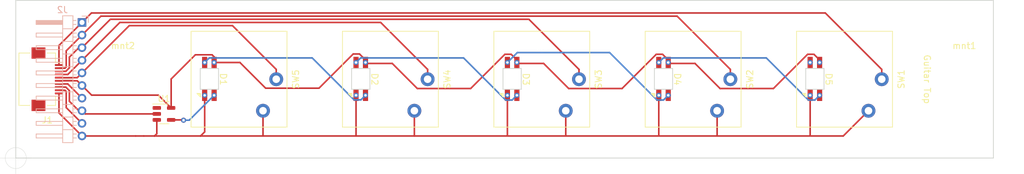
<source format=kicad_pcb>
(kicad_pcb (version 20211014) (generator pcbnew)
  (layers (0 "F.Cu" signal) (31 "B.Cu" signal) (34 "B.Paste" user) (35 "F.Paste" user) (36 "B.SilkS" user "B.Silkscreen") (37 "F.SilkS" user "F.Silkscreen") (38 "B.Mask" user) (39 "F.Mask" user) (44 "Edge.Cuts" user))
  (net 0 "")
  (net 1 "GND")
  (net 2 "+5V")
  (net 3 "/GREEN")
  (net 4 "/RED")
  (net 5 "/YELLOW")
  (net 6 "/BLUE")
  (net 7 "/ORANGE")
  (net 8 "+3V3")
  (net 9 "/SDA")
  (net 10 "/SCL")
  (net 12 "Net-(D1-Pad2)")
  (net 13 "Net-(D1-Pad4)")
  (net 14 "Net-(D2-Pad2)")
  (net 15 "Net-(D3-Pad2)")
  (net 16 "Net-(D4-Pad2)")
  (footprint "Switch_Keyboard_Kailh:SW_Kailh_Choc_V1" (layer "F.Cu") (at 191.9 86.5 -90)
    (fp_text reference "SW1" (at 0 -9 90) (layer "F.SilkS"))
    (fp_text value "Green(A)")
    (fp_line (start -7.6 7.6) (end 7.6 7.6) (layer "F.SilkS") (width 0.12))
    (fp_line (start 7.6 7.6) (end 7.6 -7.6) (layer "F.SilkS") (width 0.12))
    (fp_line (start -7.6 -7.6) (end -7.6 7.6) (layer "F.SilkS") (width 0.12))
    (fp_line (start 7.6 -7.6) (end -7.6 -7.6) (layer "F.SilkS") (width 0.12))
    (pad "" np_thru_hole circle locked (at -5.5 0 270) (size 1.8 1.8) (drill 1.8) (layers *.Cu *.Mask))
    (pad "" np_thru_hole circle locked (at 0 0 270) (size 3.2 3.2) (drill 3.2) (layers *.Cu *.Mask))
    (pad "" np_thru_hole circle locked (at -5.22 4.2 270) (size 1.2 1.2) (drill 1.2) (layers *.Cu *.Mask))
    (pad "" np_thru_hole circle locked (at 5.5 0 270) (size 1.8 1.8) (drill 1.8) (layers *.Cu *.Mask))
    (pad "1" thru_hole circle locked (at 0 -5.9 270) (size 2.2 2.2) (drill 1.2) (layers *.Cu "B.Mask") (net 3 "/GREEN"))
    (pad "2" thru_hole circle locked (at 5 -3.8 270) (size 2.2 2.2) (drill 1.2) (layers *.Cu "B.Mask") (net 1 "GND"))
  )
  (footprint "Switch_Keyboard_Kailh:SW_Kailh_Choc_V1" (layer "F.Cu") (at 167.9 86.5 -90)
    (fp_text reference "SW2" (at 0 -9 90) (layer "F.SilkS"))
    (fp_text value "Red(B)")
    (fp_line (start 7.6 -7.6) (end -7.6 -7.6) (layer "F.SilkS") (width 0.12))
    (fp_line (start -7.6 -7.6) (end -7.6 7.6) (layer "F.SilkS") (width 0.12))
    (fp_line (start -7.6 7.6) (end 7.6 7.6) (layer "F.SilkS") (width 0.12))
    (fp_line (start 7.6 7.6) (end 7.6 -7.6) (layer "F.SilkS") (width 0.12))
    (pad "" np_thru_hole circle locked (at -5.22 4.2 270) (size 1.2 1.2) (drill 1.2) (layers *.Cu *.Mask))
    (pad "" np_thru_hole circle locked (at 0 0 270) (size 3.2 3.2) (drill 3.2) (layers *.Cu *.Mask))
    (pad "" np_thru_hole circle locked (at -5.5 0 270) (size 1.8 1.8) (drill 1.8) (layers *.Cu *.Mask))
    (pad "" np_thru_hole circle locked (at 5.5 0 270) (size 1.8 1.8) (drill 1.8) (layers *.Cu *.Mask))
    (pad "1" thru_hole circle locked (at 0 -5.9 270) (size 2.2 2.2) (drill 1.2) (layers *.Cu "B.Mask") (net 4 "/RED"))
    (pad "2" thru_hole circle locked (at 5 -3.8 270) (size 2.2 2.2) (drill 1.2) (layers *.Cu "B.Mask") (net 1 "GND"))
  )
  (footprint "Switch_Keyboard_Kailh:SW_Kailh_Choc_V1" (layer "F.Cu") (at 143.9 86.5 -90)
    (fp_text reference "SW3" (at 0 -9 90) (layer "F.SilkS"))
    (fp_text value "Yellow(Y)")
    (fp_line (start -7.6 7.6) (end 7.6 7.6) (layer "F.SilkS") (width 0.12))
    (fp_line (start -7.6 -7.6) (end -7.6 7.6) (layer "F.SilkS") (width 0.12))
    (fp_line (start 7.6 7.6) (end 7.6 -7.6) (layer "F.SilkS") (width 0.12))
    (fp_line (start 7.6 -7.6) (end -7.6 -7.6) (layer "F.SilkS") (width 0.12))
    (pad "" np_thru_hole circle locked (at -5.22 4.2 270) (size 1.2 1.2) (drill 1.2) (layers *.Cu *.Mask))
    (pad "" np_thru_hole circle locked (at -5.5 0 270) (size 1.8 1.8) (drill 1.8) (layers *.Cu *.Mask))
    (pad "" np_thru_hole circle locked (at 0 0 270) (size 3.2 3.2) (drill 3.2) (layers *.Cu *.Mask))
    (pad "" np_thru_hole circle locked (at 5.5 0 270) (size 1.8 1.8) (drill 1.8) (layers *.Cu *.Mask))
    (pad "1" thru_hole circle locked (at 0 -5.9 270) (size 2.2 2.2) (drill 1.2) (layers *.Cu "B.Mask") (net 5 "/YELLOW"))
    (pad "2" thru_hole circle locked (at 5 -3.8 270) (size 2.2 2.2) (drill 1.2) (layers *.Cu "B.Mask") (net 1 "GND"))
  )
  (footprint "Switch_Keyboard_Kailh:SW_Kailh_Choc_V1" (layer "F.Cu") (at 119.9 86.5 -90)
    (fp_text reference "SW4" (at 0 -9 90) (layer "F.SilkS"))
    (fp_text value "Blue(X)")
    (fp_line (start 7.6 -7.6) (end -7.6 -7.6) (layer "F.SilkS") (width 0.12))
    (fp_line (start -7.6 -7.6) (end -7.6 7.6) (layer "F.SilkS") (width 0.12))
    (fp_line (start -7.6 7.6) (end 7.6 7.6) (layer "F.SilkS") (width 0.12))
    (fp_line (start 7.6 7.6) (end 7.6 -7.6) (layer "F.SilkS") (width 0.12))
    (pad "" np_thru_hole circle locked (at 0 0 270) (size 3.2 3.2) (drill 3.2) (layers *.Cu *.Mask))
    (pad "" np_thru_hole circle locked (at -5.22 4.2 270) (size 1.2 1.2) (drill 1.2) (layers *.Cu *.Mask))
    (pad "" np_thru_hole circle locked (at 5.5 0 270) (size 1.8 1.8) (drill 1.8) (layers *.Cu *.Mask))
    (pad "" np_thru_hole circle locked (at -5.5 0 270) (size 1.8 1.8) (drill 1.8) (layers *.Cu *.Mask))
    (pad "1" thru_hole circle locked (at 0 -5.9 270) (size 2.2 2.2) (drill 1.2) (layers *.Cu "B.Mask") (net 6 "/BLUE"))
    (pad "2" thru_hole circle locked (at 5 -3.8 270) (size 2.2 2.2) (drill 1.2) (layers *.Cu "B.Mask") (net 1 "GND"))
  )
  (footprint "Switch_Keyboard_Kailh:SW_Kailh_Choc_V1" (layer "F.Cu") (at 95.9 86.5 -90)
    (fp_text reference "SW5" (at 0 -9 90) (layer "F.SilkS"))
    (fp_text value "Orange(TB)")
    (fp_line (start -7.6 -7.6) (end -7.6 7.6) (layer "F.SilkS") (width 0.12))
    (fp_line (start 7.6 -7.6) (end -7.6 -7.6) (layer "F.SilkS") (width 0.12))
    (fp_line (start 7.6 7.6) (end 7.6 -7.6) (layer "F.SilkS") (width 0.12))
    (fp_line (start -7.6 7.6) (end 7.6 7.6) (layer "F.SilkS") (width 0.12))
    (pad "" np_thru_hole circle locked (at -5.5 0 270) (size 1.8 1.8) (drill 1.8) (layers *.Cu *.Mask))
    (pad "" np_thru_hole circle locked (at 0 0 270) (size 3.2 3.2) (drill 3.2) (layers *.Cu *.Mask))
    (pad "" np_thru_hole circle locked (at -5.22 4.2 270) (size 1.2 1.2) (drill 1.2) (layers *.Cu *.Mask))
    (pad "" np_thru_hole circle locked (at 5.5 0 270) (size 1.8 1.8) (drill 1.8) (layers *.Cu *.Mask))
    (pad "1" thru_hole circle locked (at 0 -5.9 270) (size 2.2 2.2) (drill 1.2) (layers *.Cu "B.Mask") (net 7 "/ORANGE"))
    (pad "2" thru_hole circle locked (at 5 -3.8 270) (size 2.2 2.2) (drill 1.2) (layers *.Cu "B.Mask") (net 1 "GND"))
  )
  (footprint "SK6812MINI-E:SK6812MINI-E-Vias" (layer "F.Cu") (at 91.2 86.5 -90)
    (fp_text reference "D1" (at 0 -2.2 -90 unlocked) (layer "F.SilkS"))
    (fp_text value "SK6812MINI-E")
    (fp_poly (pts (xy 2.25 2) (xy 2.25 1.4) (xy 2.85 1.4)) (layer "F.SilkS") (width 0.1) (fill solid))
    (fp_line (start -1.7 1.45) (end -1.7 -1.45) (layer "Edge.Cuts") (width 0.12))
    (fp_line (start -1.7 -1.45) (end 1.6 -1.45) (layer "Edge.Cuts") (width 0.12))
    (fp_line (start 1.6 1.45) (end -1.7 1.45) (layer "Edge.Cuts") (width 0.12))
    (fp_line (start 1.6 -1.45) (end 1.6 1.45) (layer "Edge.Cuts") (width 0.12))
    (pad "1" thru_hole circle (at -2.65 -0.75 270) (size 0.8 0.8) (drill 0.4) (layers *.Cu *.Mask) (net 2 "+5V"))
    (pad "1" smd rect (at -2.65 -0.75 270) (size 1.8 0.82) (layers "F.Cu" "F.Paste" "F.Mask") (net 2 "+5V"))
    (pad "2" thru_hole circle (at -2.65 0.75 270) (size 0.8 0.8) (drill 0.4) (layers *.Cu *.Mask) (net 12 "Net-(D1-Pad2)"))
    (pad "2" smd rect (at -2.65 0.75 270) (size 1.8 0.82) (layers "F.Cu" "F.Paste" "F.Mask") (net 12 "Net-(D1-Pad2)"))
    (pad "3" smd rect (at 2.55 0.75 270) (size 1.8 0.82) (layers "F.Cu" "F.Paste" "F.Mask") (net 1 "GND"))
    (pad "3" thru_hole circle (at 2.55 0.75 270) (size 0.8 0.8) (drill 0.4) (layers *.Cu *.Mask) (net 1 "GND"))
    (pad "4" thru_hole circle (at 2.55 -0.75 270) (size 0.8 0.8) (drill 0.4) (layers *.Cu *.Mask) (net 13 "Net-(D1-Pad4)"))
    (pad "4" smd rect (at 2.55 -0.75 270) (size 1.8 0.82) (layers "F.Cu" "F.Paste" "F.Mask") (net 13 "Net-(D1-Pad4)"))
  )
  (footprint "SK6812MINI-E:SK6812MINI-E-Vias" (layer "F.Cu") (at 115.2 86.5 -90)
    (fp_text reference "D2" (at 0 -2.2 -90 unlocked) (layer "F.SilkS"))
    (fp_text value "SK6812MINI-E")
    (fp_poly (pts (xy 2.25 2) (xy 2.25 1.4) (xy 2.85 1.4)) (layer "F.SilkS") (width 0.1) (fill solid))
    (fp_line (start -1.7 1.45) (end -1.7 -1.45) (layer "Edge.Cuts") (width 0.12))
    (fp_line (start 1.6 -1.45) (end 1.6 1.45) (layer "Edge.Cuts") (width 0.12))
    (fp_line (start -1.7 -1.45) (end 1.6 -1.45) (layer "Edge.Cuts") (width 0.12))
    (fp_line (start 1.6 1.45) (end -1.7 1.45) (layer "Edge.Cuts") (width 0.12))
    (pad "1" smd rect (at -2.65 -0.75 270) (size 1.8 0.82) (layers "F.Cu" "F.Paste" "F.Mask") (net 2 "+5V"))
    (pad "1" thru_hole circle (at -2.65 -0.75 270) (size 0.8 0.8) (drill 0.4) (layers *.Cu *.Mask) (net 2 "+5V"))
    (pad "2" thru_hole circle (at -2.65 0.75 270) (size 0.8 0.8) (drill 0.4) (layers *.Cu *.Mask) (net 14 "Net-(D2-Pad2)"))
    (pad "2" smd rect (at -2.65 0.75 270) (size 1.8 0.82) (layers "F.Cu" "F.Paste" "F.Mask") (net 14 "Net-(D2-Pad2)"))
    (pad "3" thru_hole circle (at 2.55 0.75 270) (size 0.8 0.8) (drill 0.4) (layers *.Cu *.Mask) (net 1 "GND"))
    (pad "3" smd rect (at 2.55 0.75 270) (size 1.8 0.82) (layers "F.Cu" "F.Paste" "F.Mask") (net 1 "GND"))
    (pad "4" thru_hole circle (at 2.55 -0.75 270) (size 0.8 0.8) (drill 0.4) (layers *.Cu *.Mask) (net 12 "Net-(D1-Pad2)"))
    (pad "4" smd rect (at 2.55 -0.75 270) (size 1.8 0.82) (layers "F.Cu" "F.Paste" "F.Mask") (net 12 "Net-(D1-Pad2)"))
  )
  (footprint "Connector_FFC-FPC:Hirose_FH12-10S-0.5SH_1x10-1MP_P0.50mm_Horizontal" (layer "F.Cu") (at 65.5 86.5 -90)
    (fp_text reference "J1" (at 6.5 0 180) (layer "F.SilkS"))
    (fp_text value "Conn_01x10_Female")
    (fp_line (start -4.15 2.76) (end -4.15 4.5) (layer "F.SilkS") (width 0.12))
    (fp_line (start -2.66 -1.3) (end -2.66 -2.5) (layer "F.SilkS") (width 0.12))
    (fp_line (start 2.66 -1.3) (end 4.15 -1.3) (layer "F.SilkS") (width 0.12))
    (fp_line (start -2.66 -1.3) (end -4.15 -1.3) (layer "F.SilkS") (width 0.12))
    (fp_line (start 4.15 4.5) (end 4.15 2.76) (layer "F.SilkS") (width 0.12))
    (fp_line (start 4.15 -1.3) (end 4.15 0.04) (layer "F.SilkS") (width 0.12))
    (fp_line (start -4.15 4.5) (end 4.15 4.5) (layer "F.SilkS") (width 0.12))
    (fp_line (start -4.15 -1.3) (end -4.15 0.04) (layer "F.SilkS") (width 0.12))
    (pad "1" smd rect (at -2.25 -1.85 270) (size 0.3 1.3) (layers "F.Cu" "F.Paste" "F.Mask") (net 3 "/GREEN"))
    (pad "2" smd rect (at -1.75 -1.85 270) (size 0.3 1.3) (layers "F.Cu" "F.Paste" "F.Mask") (net 4 "/RED"))
    (pad "3" smd rect (at -1.25 -1.85 270) (size 0.3 1.3) (layers "F.Cu" "F.Paste" "F.Mask") (net 5 "/YELLOW"))
    (pad "4" smd rect (at -0.75 -1.85 270) (size 0.3 1.3) (layers "F.Cu" "F.Paste" "F.Mask") (net 6 "/BLUE"))
    (pad "5" smd rect (at -0.25 -1.85 270) (size 0.3 1.3) (layers "F.Cu" "F.Paste" "F.Mask") (net 7 "/ORANGE"))
    (pad "6" smd rect (at 0.25 -1.85 270) (size 0.3 1.3) (layers "F.Cu" "F.Paste" "F.Mask") (net 2 "+5V"))
    (pad "7" smd rect (at 0.75 -1.85 270) (size 0.3 1.3) (layers "F.Cu" "F.Paste" "F.Mask") (net 8 "+3V3"))
    (pad "8" smd rect (at 1.25 -1.85 270) (size 0.3 1.3) (layers "F.Cu" "F.Paste" "F.Mask") (net 9 "/SDA"))
    (pad "9" smd rect (at 1.75 -1.85 270) (size 0.3 1.3) (layers "F.Cu" "F.Paste" "F.Mask") (net 10 "/SCL"))
    (pad "10" smd rect (at 2.25 -1.85 270) (size 0.3 1.3) (layers "F.Cu" "F.Paste" "F.Mask") (net 1 "GND"))
    (pad "MP" smd rect (at -4.15 1.4 270) (size 1.8 2.2) (layers "F.Cu" "F.Paste" "F.Mask"))
    (pad "MP" smd rect (at 4.15 1.4 270) (size 1.8 2.2) (layers "F.Cu" "F.Paste" "F.Mask"))
  )
  (footprint "SK6812MINI-E:SK6812MINI-E-Vias" (layer "F.Cu") (at 163.2 86.5 -90)
    (fp_text reference "D4" (at 0 -2.2 -90 unlocked) (layer "F.SilkS"))
    (fp_text value "SK6812MINI-E")
    (fp_poly (pts (xy 2.25 2) (xy 2.25 1.4) (xy 2.85 1.4)) (layer "F.SilkS") (width 0.1) (fill solid))
    (fp_line (start -1.7 1.45) (end -1.7 -1.45) (layer "Edge.Cuts") (width 0.12))
    (fp_line (start 1.6 1.45) (end -1.7 1.45) (layer "Edge.Cuts") (width 0.12))
    (fp_line (start 1.6 -1.45) (end 1.6 1.45) (layer "Edge.Cuts") (width 0.12))
    (fp_line (start -1.7 -1.45) (end 1.6 -1.45) (layer "Edge.Cuts") (width 0.12))
    (pad "1" smd rect (at -2.65 -0.75 270) (size 1.8 0.82) (layers "F.Cu" "F.Paste" "F.Mask") (net 2 "+5V"))
    (pad "1" thru_hole circle (at -2.65 -0.75 270) (size 0.8 0.8) (drill 0.4) (layers *.Cu *.Mask) (net 2 "+5V"))
    (pad "2" smd rect (at -2.65 0.75 270) (size 1.8 0.82) (layers "F.Cu" "F.Paste" "F.Mask") (net 16 "Net-(D4-Pad2)"))
    (pad "2" thru_hole circle (at -2.65 0.75 270) (size 0.8 0.8) (drill 0.4) (layers *.Cu *.Mask) (net 16 "Net-(D4-Pad2)"))
    (pad "3" thru_hole circle (at 2.55 0.75 270) (size 0.8 0.8) (drill 0.4) (layers *.Cu *.Mask) (net 1 "GND"))
    (pad "3" smd rect (at 2.55 0.75 270) (size 1.8 0.82) (layers "F.Cu" "F.Paste" "F.Mask") (net 1 "GND"))
    (pad "4" smd rect (at 2.55 -0.75 270) (size 1.8 0.82) (layers "F.Cu" "F.Paste" "F.Mask") (net 15 "Net-(D3-Pad2)"))
    (pad "4" thru_hole circle (at 2.55 -0.75 270) (size 0.8 0.8) (drill 0.4) (layers *.Cu *.Mask) (net 15 "Net-(D3-Pad2)"))
  )
  (footprint "Package_TO_SOT_SMD:SOT-23-5" (layer "F.Cu") (at 84 92)
    (fp_text reference "U1" (at 0 -2.4) (layer "F.SilkS"))
    (fp_text value "SN74LV1T34DBV")
    (fp_line (start 0 -1.56) (end 0.8 -1.56) (layer "F.SilkS") (width 0.12))
    (fp_line (start 0 1.56) (end -0.8 1.56) (layer "F.SilkS") (width 0.12))
    (fp_line (start 0 1.56) (end 0.8 1.56) (layer "F.SilkS") (width 0.12))
    (fp_line (start 0 -1.56) (end -1.8 -1.56) (layer "F.SilkS") (width 0.12))
    (pad "1" smd roundrect (at -1.1375 -0.95) (size 1.325 0.6) (layers "F.Cu" "F.Paste" "F.Mask"))
    (pad "2" smd roundrect (at -1.1375 0) (size 1.325 0.6) (layers "F.Cu" "F.Paste" "F.Mask") (net 9 "/SDA"))
    (pad "3" smd roundrect (at -1.1375 0.95) (size 1.325 0.6) (layers "F.Cu" "F.Paste" "F.Mask") (net 1 "GND"))
    (pad "4" smd roundrect (at 1.1375 0.95) (size 1.325 0.6) (layers "F.Cu" "F.Paste" "F.Mask") (net 13 "Net-(D1-Pad4)"))
    (pad "5" smd roundrect (at 1.1375 -0.95) (size 1.325 0.6) (layers "F.Cu" "F.Paste" "F.Mask") (net 2 "+5V"))
  )
  (footprint "SK6812MINI-E:SK6812MINI-E-Vias" (layer "F.Cu") (at 139.2 86.5 -90)
    (fp_text reference "D3" (at 0 -2.2 -90 unlocked) (layer "F.SilkS"))
    (fp_text value "SK6812MINI-E")
    (fp_poly (pts (xy 2.25 2) (xy 2.25 1.4) (xy 2.85 1.4)) (layer "F.SilkS") (width 0.1) (fill solid))
    (fp_line (start 1.6 -1.45) (end 1.6 1.45) (layer "Edge.Cuts") (width 0.12))
    (fp_line (start 1.6 1.45) (end -1.7 1.45) (layer "Edge.Cuts") (width 0.12))
    (fp_line (start -1.7 1.45) (end -1.7 -1.45) (layer "Edge.Cuts") (width 0.12))
    (fp_line (start -1.7 -1.45) (end 1.6 -1.45) (layer "Edge.Cuts") (width 0.12))
    (pad "1" smd rect (at -2.65 -0.75 270) (size 1.8 0.82) (layers "F.Cu" "F.Paste" "F.Mask") (net 2 "+5V"))
    (pad "1" thru_hole circle (at -2.65 -0.75 270) (size 0.8 0.8) (drill 0.4) (layers *.Cu *.Mask) (net 2 "+5V"))
    (pad "2" thru_hole circle (at -2.65 0.75 270) (size 0.8 0.8) (drill 0.4) (layers *.Cu *.Mask) (net 15 "Net-(D3-Pad2)"))
    (pad "2" smd rect (at -2.65 0.75 270) (size 1.8 0.82) (layers "F.Cu" "F.Paste" "F.Mask") (net 15 "Net-(D3-Pad2)"))
    (pad "3" thru_hole circle (at 2.55 0.75 270) (size 0.8 0.8) (drill 0.4) (layers *.Cu *.Mask) (net 1 "GND"))
    (pad "3" smd rect (at 2.55 0.75 270) (size 1.8 0.82) (layers "F.Cu" "F.Paste" "F.Mask") (net 1 "GND"))
    (pad "4" smd rect (at 2.55 -0.75 270) (size 1.8 0.82) (layers "F.Cu" "F.Paste" "F.Mask") (net 14 "Net-(D2-Pad2)"))
    (pad "4" thru_hole circle (at 2.55 -0.75 270) (size 0.8 0.8) (drill 0.4) (layers *.Cu *.Mask) (net 14 "Net-(D2-Pad2)"))
  )
  (footprint "SK6812MINI-E:SK6812MINI-E-Vias" (layer "F.Cu") (at 187.2 86.5 -90)
    (fp_text reference "D5" (at 0 -2.2 -90 unlocked) (layer "F.SilkS"))
    (fp_text value "SK6812MINI-E")
    (fp_poly (pts (xy 2.25 2) (xy 2.25 1.4) (xy 2.85 1.4)) (layer "F.SilkS") (width 0.1) (fill solid))
    (fp_line (start -1.7 1.45) (end -1.7 -1.45) (layer "Edge.Cuts") (width 0.12))
    (fp_line (start 1.6 1.45) (end -1.7 1.45) (layer "Edge.Cuts") (width 0.12))
    (fp_line (start 1.6 -1.45) (end 1.6 1.45) (layer "Edge.Cuts") (width 0.12))
    (fp_line (start -1.7 -1.45) (end 1.6 -1.45) (layer "Edge.Cuts") (width 0.12))
    (pad "1" smd rect (at -2.65 -0.75 270) (size 1.8 0.82) (layers "F.Cu" "F.Paste" "F.Mask") (net 2 "+5V"))
    (pad "1" thru_hole circle (at -2.65 -0.75 270) (size 0.8 0.8) (drill 0.4) (layers *.Cu *.Mask) (net 2 "+5V"))
    (pad "2" thru_hole circle (at -2.65 0.75 270) (size 0.8 0.8) (drill 0.4) (layers *.Cu *.Mask))
    (pad "2" smd rect (at -2.65 0.75 270) (size 1.8 0.82) (layers "F.Cu" "F.Paste" "F.Mask"))
    (pad "3" thru_hole circle (at 2.55 0.75 270) (size 0.8 0.8) (drill 0.4) (layers *.Cu *.Mask) (net 1 "GND"))
    (pad "3" smd rect (at 2.55 0.75 270) (size 1.8 0.82) (layers "F.Cu" "F.Paste" "F.Mask") (net 1 "GND"))
    (pad "4" thru_hole circle (at 2.55 -0.75 270) (size 0.8 0.8) (drill 0.4) (layers *.Cu *.Mask) (net 16 "Net-(D4-Pad2)"))
    (pad "4" smd rect (at 2.55 -0.75 270) (size 1.8 0.82) (layers "F.Cu" "F.Paste" "F.Mask") (net 16 "Net-(D4-Pad2)"))
  )
  (footprint "MountingHole:MountingHole_4.3mm_M4" (layer "B.Cu") (at 77.5 86.5 180)
    (fp_text reference "mnt2" (at 0 5.3) (layer "F.SilkS"))
    (fp_text value "MountingHole_4.3mm_M4")
    (pad "" np_thru_hole circle (at 0 0 180) (size 4.3 4.3) (drill 4.3) (layers *.Cu *.Mask))
  )
  (footprint "MountingHole:MountingHole_4.3mm_M4" (layer "B.Cu") (at 210.9 86.5 180)
    (fp_text reference "mnt1" (at 0 5.3) (layer "F.SilkS"))
    (fp_text value "MountingHole_4.3mm_M4")
    (pad "" np_thru_hole circle (at 0 0 180) (size 4.3 4.3) (drill 4.3) (layers *.Cu *.Mask))
  )
  (footprint "Connector_PinHeader_2.00mm:PinHeader_1x10_P2.00mm_Horizontal" (layer "B.Cu") (at 71 77.5 180)
    (fp_text reference "J2" (at 3.1 2) (layer "B.SilkS") (effects (justify mirror)))
    (fp_text value "Conn_01x10_Female")
    (fp_line (start 1.44 -15) (end 3.06 -15) (layer "B.SilkS") (width 0.12))
    (fp_line (start 0.882114 -18.31) (end 1.44 -18.31) (layer "B.SilkS") (width 0.12))
    (fp_line (start 3.06 1.06) (end 1.44 1.06) (layer "B.SilkS") (width 0.12))
    (fp_line (start 7.26 -8.31) (end 3.06 -8.31) (layer "B.SilkS") (width 0.12))
    (fp_line (start 7.26 -0.31) (end 3.06 -0.31) (layer "B.SilkS") (width 0.12))
    (fp_line (start 7.26 -5.69) (end 7.26 -6.31) (layer "B.SilkS") (width 0.12))
    (fp_line (start 0.882114 -5.69) (end 1.44 -5.69) (layer "B.SilkS") (width 0.12))
    (fp_line (start 7.26 -13.69) (end 7.26 -14.31) (layer "B.SilkS") (width 0.12))
    (fp_line (start 0.882114 -10.31) (end 1.44 -10.31) (layer "B.SilkS") (width 0.12))
    (fp_line (start 3.06 -7.69) (end 7.26 -7.69) (layer "B.SilkS") (width 0.12))
    (fp_line (start 1.44 -3) (end 3.06 -3) (layer "B.SilkS") (width 0.12))
    (fp_line (start 0.882114 -6.31) (end 1.44 -6.31) (layer "B.SilkS") (width 0.12))
    (fp_line (start 3.06 -15.69) (end 7.26 -15.69) (layer "B.SilkS") (width 0.12))
    (fp_line (start 7.26 -15.69) (end 7.26 -16.31) (layer "B.SilkS") (width 0.12))
    (fp_line (start 0.882114 -8.31) (end 1.44 -8.31) (layer "B.SilkS") (width 0.12))
    (fp_line (start 7.26 -12.31) (end 3.06 -12.31) (layer "B.SilkS") (width 0.12))
    (fp_line (start 1.44 -13) (end 3.06 -13) (layer "B.SilkS") (width 0.12))
    (fp_line (start 7.26 -2.31) (end 3.06 -2.31) (layer "B.SilkS") (width 0.12))
    (fp_line (start 0.882114 -12.31) (end 1.44 -12.31) (layer "B.SilkS") (width 0.12))
    (fp_line (start 3.06 -17.69) (end 7.26 -17.69) (layer "B.SilkS") (width 0.12))
    (fp_line (start 7.26 -14.31) (end 3.06 -14.31) (layer "B.SilkS") (width 0.12))
    (fp_line (start 7.26 -3.69) (end 7.26 -4.31) (layer "B.SilkS") (width 0.12))
    (fp_line (start 1.44 -11) (end 3.06 -11) (layer "B.SilkS") (width 0.12))
    (fp_line (start 0.935 0.31) (end 1.44 0.31) (layer "B.SilkS") (width 0.12))
    (fp_line (start 3.06 -3.69) (end 7.26 -3.69) (layer "B.SilkS") (width 0.12))
    (fp_line (start -1 1) (end 0 1) (layer "B.SilkS") (width 0.12))
    (fp_line (start 3.06 -13.69) (end 7.26 -13.69) (layer "B.SilkS") (width 0.12))
    (fp_line (start 1.44 1.06) (end 1.44 -19.06) (layer "B.SilkS") (width 0.12))
    (fp_line (start 1.44 -17) (end 3.06 -17) (layer "B.SilkS") (width 0.12))
    (fp_line (start 3.06 0.13) (end 7.26 0.13) (layer "B.SilkS") (width 0.12))
    (fp_line (start 7.26 -17.69) (end 7.26 -18.31) (layer "B.SilkS") (width 0.12))
    (fp_line (start 0.882114 -14.31) (end 1.44 -14.31) (layer "B.SilkS") (width 0.12))
    (fp_line (start 3.06 -11.69) (end 7.26 -11.69) (layer "B.SilkS") (width 0.12))
    (fp_line (start 0.882114 -13.69) (end 1.44 -13.69) (layer "B.SilkS") (width 0.12))
    (fp_line (start 7.26 -9.69) (end 7.26 -10.31) (layer "B.SilkS") (width 0.12))
    (fp_line (start 3.06 -5.69) (end 7.26 -5.69) (layer "B.SilkS") (width 0.12))
    (fp_line (start 3.06 -19.06) (end 3.06 1.06) (layer "B.SilkS") (width 0.12))
    (fp_line (start 7.26 -10.31) (end 3.06 -10.31) (layer "B.SilkS") (width 0.12))
    (fp_line (start 3.06 -1.69) (end 7.26 -1.69) (layer "B.SilkS") (width 0.12))
    (fp_line (start 7.26 -11.69) (end 7.26 -12.31) (layer "B.SilkS") (width 0.12))
    (fp_line (start 7.26 -7.69) (end 7.26 -8.31) (layer "B.SilkS") (width 0.12))
    (fp_line (start 0.882114 -17.69) (end 1.44 -17.69) (layer "B.SilkS") (width 0.12))
    (fp_line (start 1.44 -1) (end 3.06 -1) (layer "B.SilkS") (width 0.12))
    (fp_line (start 0.882114 -4.31) (end 1.44 -4.31) (layer "B.SilkS") (width 0.12))
    (fp_line (start -1 0) (end -1 1) (layer "B.SilkS") (width 0.12))
    (fp_line (start 0.882114 -2.31) (end 1.44 -2.31) (layer "B.SilkS") (width 0.12))
    (fp_line (start 1.44 -9) (end 3.06 -9) (layer "B.SilkS") (width 0.12))
    (fp_line (start 7.26 -18.31) (end 3.06 -18.31) (layer "B.SilkS") (width 0.12))
    (fp_line (start 0.882114 -3.69) (end 1.44 -3.69) (layer "B.SilkS") (width 0.12))
    (fp_line (start 0.882114 -15.69) (end 1.44 -15.69) (layer "B.SilkS") (width 0.12))
    (fp_line (start 3.06 -9.69) (end 7.26 -9.69) (layer "B.SilkS") (width 0.12))
    (fp_line (start 1.44 -7) (end 3.06 -7) (layer "B.SilkS") (width 0.12))
    (fp_line (start 0.882114 -9.69) (end 1.44 -9.69) (layer "B.SilkS") (width 0.12))
    (fp_line (start 3.06 -0.11) (end 7.26 -0.11) (layer "B.SilkS") (width 0.12))
    (fp_line (start 0.882114 -1.69) (end 1.44 -1.69) (layer "B.SilkS") (width 0.12))
    (fp_line (start 7.26 -1.69) (end 7.26 -2.31) (layer "B.SilkS") (width 0.12))
    (fp_line (start 1.44 -5) (end 3.06 -5) (layer "B.SilkS") (width 0.12))
    (fp_line (start 7.26 0.31) (end 7.26 -0.31) (layer "B.SilkS") (width 0.12))
    (fp_line (start 0.882114 -16.31) (end 1.44 -16.31) (layer "B.SilkS") (width 0.12))
    (fp_line (start 3.06 0.25) (end 7.26 0.25) (layer "B.SilkS") (width 0.12))
    (fp_line (start 7.26 -16.31) (end 3.06 -16.31) (layer "B.SilkS") (width 0.12))
    (fp_line (start 3.06 0.31) (end 7.26 0.31) (layer "B.SilkS") (width 0.12))
    (fp_line (start 0.882114 -7.69) (end 1.44 -7.69) (layer "B.SilkS") (width 0.12))
    (fp_line (start 0.935 -0.31) (end 1.44 -0.31) (layer "B.SilkS") (width 0.12))
    (fp_line (start 7.26 -6.31) (end 3.06 -6.31) (layer "B.SilkS") (width 0.12))
    (fp_line (start 7.26 -4.31) (end 3.06 -4.31) (layer "B.SilkS") (width 0.12))
    (fp_line (start 3.06 0.01) (end 7.26 0.01) (layer "B.SilkS") (width 0.12))
    (fp_line (start 1.44 -19.06) (end 3.06 -19.06) (layer "B.SilkS") (width 0.12))
    (fp_line (start 0.882114 -11.69) (end 1.44 -11.69) (layer "B.SilkS") (width 0.12))
    (fp_line (start 3.06 -0.23) (end 7.26 -0.23) (layer "B.SilkS") (width 0.12))
    (pad "1" thru_hole rect (at 0 0 180) (size 1.35 1.35) (drill 0.8) (layers *.Cu *.Mask) (net 3 "/GREEN"))
    (pad "2" thru_hole oval (at 0 -2 180) (size 1.35 1.35) (drill 0.8) (layers *.Cu *.Mask) (net 4 "/RED"))
    (pad "3" thru_hole oval (at 0 -4 180) (size 1.35 1.35) (drill 0.8) (layers *.Cu *.Mask) (net 5 "/YELLOW"))
    (pad "4" thru_hole oval (at 0 -6 180) (size 1.35 1.35) (drill 0.8) (layers *.Cu *.Mask) (net 6 "/BLUE"))
    (pad "5" thru_hole oval (at 0 -8 180) (size 1.35 1.35) (drill 0.8) (layers *.Cu *.Mask) (net 7 "/ORANGE"))
    (pad "6" thru_hole oval (at 0 -10 180) (size 1.35 1.35) (drill 0.8) (layers *.Cu *.Mask) (net 2 "+5V"))
    (pad "7" thru_hole oval (at 0 -12 180) (size 1.35 1.35) (drill 0.8) (layers *.Cu *.Mask) (net 8 "+3V3"))
    (pad "8" thru_hole oval (at 0 -14 180) (size 1.35 1.35) (drill 0.8) (layers *.Cu *.Mask) (net 9 "/SDA"))
    (pad "9" thru_hole oval (at 0 -16 180) (size 1.35 1.35) (drill 0.8) (layers *.Cu *.Mask) (net 10 "/SCL"))
    (pad "10" thru_hole oval (at 0 -18 180) (size 1.35 1.35) (drill 0.8) (layers *.Cu *.Mask) (net 1 "GND"))
  )
  (gr_line (start 60.5 99) (end 215.5 99) (layer "Edge.Cuts") (width 0.12))
  (gr_line (start 60.5 74) (end 215.5 74) (layer "Edge.Cuts") (width 0.12))
  (gr_line (start 60.5 74) (end 60.5 99) (layer "Edge.Cuts") (width 0.12))
  (gr_line (start 215.5 99) (end 215.5 74) (layer "Edge.Cuts") (width 0.12))
  (gr_text "Guitar Top" (at 205 86.5 270) (layer "F.SilkS") (effects (font (size 1 1))))
  (target plus (at 60.5 99) (size 5) (width 0.05) (layer "Edge.Cuts"))
  (segment (start 67.35 88.75) (end 67.35 91.85) (width 0.25) (layer "F.Cu") (net 1))
  (segment (start 191.7 95.5) (end 89.8 95.5) (width 0.25) (layer "F.Cu") (net 1))
  (segment (start 79.5 95.5) (end 71 95.5) (width 0.25) (layer "F.Cu") (net 1))
  (segment (start 147.7 91.5) (end 147.7 95.482627) (width 0.25) (layer "F.Cu") (net 1))
  (segment (start 82.8625 95.1375) (end 82.5 95.5) (width 0.25) (layer "F.Cu") (net 1))
  (segment (start 138.45 89.05) (end 138.45 95.45) (width 0.25) (layer "F.Cu") (net 1))
  (segment (start 82.5 95.5) (end 80.799149 95.5) (width 0.25) (layer "F.Cu") (net 1))
  (segment (start 195.7 91.5) (end 191.7 95.5) (width 0.25) (layer "F.Cu") (net 1))
  (segment (start 67.35 91.85) (end 71 95.5) (width 0.25) (layer "F.Cu") (net 1))
  (segment (start 80.799149 95.5) (end 79.5 95.5) (width 0.25) (layer "F.Cu") (net 1))
  (segment (start 82.8625 92.95) (end 82.8625 95.1375) (width 0.25) (layer "F.Cu") (net 1))
  (segment (start 114.45 89.05) (end 114.45 95.487425) (width 0.25) (layer "F.Cu") (net 1))
  (segment (start 90.45 94.85) (end 89.8 95.5) (width 0.25) (layer "F.Cu") (net 1))
  (segment (start 123.7 91.5) (end 123.7 95.499443) (width 0.25) (layer "F.Cu") (net 1))
  (segment (start 186.45 89.05) (end 186.45 95.45) (width 0.25) (layer "F.Cu") (net 1))
  (segment (start 99.7 91.5) (end 99.7 95.490055) (width 0.25) (layer "F.Cu") (net 1))
  (segment (start 90.45 89.05) (end 90.45 94.85) (width 0.25) (layer "F.Cu") (net 1))
  (segment (start 171.7 91.5) (end 171.7 95.478459) (width 0.25) (layer "F.Cu") (net 1))
  (segment (start 89.8 95.5) (end 82.5 95.5) (width 0.25) (layer "F.Cu") (net 1))
  (segment (start 162.45 89.05) (end 162.45 95.45) (width 0.25) (layer "F.Cu") (net 1))
  (segment (start 148.166906 87.974511) (end 156.625489 87.974511) (width 0.25) (layer "F.Cu") (net 2))
  (segment (start 132.625489 87.974511) (end 138.05 82.55) (width 0.25) (layer "F.Cu") (net 2))
  (segment (start 72.524521 89.024521) (end 83.112021 89.024521) (width 0.25) (layer "F.Cu") (net 2))
  (segment (start 114 82.5) (end 115 82.5) (width 0.25) (layer "F.Cu") (net 2))
  (segment (start 108.575489 87.924511) (end 114 82.5) (width 0.25) (layer "F.Cu") (net 2))
  (segment (start 144.192395 84) (end 148.166906 87.974511) (width 0.25) (layer "F.Cu") (net 2))
  (segment (start 120.192395 84) (end 124.166906 87.974511) (width 0.25) (layer "F.Cu") (net 2))
  (segment (start 187.05 82.55) (end 188 83.5) (width 0.25) (layer "F.Cu") (net 2))
  (segment (start 139.05 82.55) (end 140 83.5) (width 0.25) (layer "F.Cu") (net 2))
  (segment (start 70.25 86.75) (end 71 87.5) (width 0.25) (layer "F.Cu") (net 2))
  (segment (start 100.116906 87.924511) (end 108.575489 87.924511) (width 0.25) (layer "F.Cu") (net 2))
  (segment (start 96.042395 83.85) (end 100.116906 87.924511) (width 0.25) (layer "F.Cu") (net 2))
  (segment (start 156.625489 87.974511) (end 162.05 82.55) (width 0.25) (layer "F.Cu") (net 2))
  (segment (start 115.95 83.45) (end 115.95 83.95) (width 0.25) (layer "F.Cu") (net 2))
  (segment (start 188 83.5) (end 188 84) (width 0.25) (layer "F.Cu") (net 2))
  (segment (start 140 83.5) (end 140 84) (width 0.25) (layer "F.Cu") (net 2))
  (segment (start 164 84) (end 168.192395 84) (width 0.25) (layer "F.Cu") (net 2))
  (segment (start 71 87.5) (end 72.524521 89.024521) (width 0.25) (layer "F.Cu") (net 2))
  (segment (start 67.35 86.75) (end 70.25 86.75) (width 0.25) (layer "F.Cu") (net 2))
  (segment (start 85.1375 91.05) (end 85.1375 86.464318) (width 0.25) (layer "F.Cu") (net 2))
  (segment (start 163.05 82.55) (end 164 83.5) (width 0.25) (layer "F.Cu") (net 2))
  (segment (start 138.05 82.55) (end 139.05 82.55) (width 0.25) (layer "F.Cu") (net 2))
  (segment (start 88.976329 82.625489) (end 91.625489 82.625489) (width 0.25) (layer "F.Cu") (net 2))
  (segment (start 164 83.5) (end 164 84) (width 0.25) (layer "F.Cu") (net 2))
  (segment (start 116 84) (end 120.192395 84) (width 0.25) (layer "F.Cu") (net 2))
  (segment (start 168.192395 84) (end 172.166906 87.974511) (width 0.25) (layer "F.Cu") (net 2))
  (segment (start 91.95 83.85) (end 96.042395 83.85) (width 0.25) (layer "F.Cu") (net 2))
  (segment (start 83.112021 89.024521) (end 85.1375 91.05) (width 0.25) (layer "F.Cu") (net 2))
  (segment (start 186.05 82.55) (end 187.05 82.55) (width 0.25) (layer "F.Cu") (net 2))
  (segment (start 91.95 82.95) (end 91.95 83.85) (width 0.25) (layer "F.Cu") (net 2))
  (segment (start 115 82.5) (end 115.95 83.45) (width 0.25) (layer "F.Cu") (net 2))
  (segment (start 85.1375 86.464318) (end 88.976329 82.625489) (width 0.25) (layer "F.Cu") (net 2))
  (segment (start 91.625489 82.625489) (end 91.95 82.95) (width 0.25) (layer "F.Cu") (net 2))
  (segment (start 180.625489 87.974511) (end 186.05 82.55) (width 0.25) (layer "F.Cu") (net 2))
  (segment (start 162.05 82.55) (end 163.05 82.55) (width 0.25) (layer "F.Cu") (net 2))
  (segment (start 140 84) (end 144.192395 84) (width 0.25) (layer "F.Cu") (net 2))
  (segment (start 124.166906 87.974511) (end 132.625489 87.974511) (width 0.25) (layer "F.Cu") (net 2))
  (segment (start 172.166906 87.974511) (end 180.625489 87.974511) (width 0.25) (layer "F.Cu") (net 2))
  (segment (start 67.35 84.25) (end 67.35 81.15) (width 0.25) (layer "F.Cu") (net 3))
  (segment (start 67.35 81.15) (end 71 77.5) (width 0.25) (layer "F.Cu") (net 3))
  (segment (start 197.8 86.5) (end 197.8 84.944366) (width 0.25) (layer "F.Cu") (net 3))
  (segment (start 197.8 84.944366) (end 188.855634 76) (width 0.25) (layer "F.Cu") (net 3))
  (segment (start 72.5 76) (end 71 77.5) (width 0.25) (layer "F.Cu") (net 3))
  (segment (start 188.855634 76) (end 72.5 76) (width 0.25) (layer "F.Cu") (net 3))
  (segment (start 68.5 84.549022) (end 68.5 82) (width 0.25) (layer "F.Cu") (net 4))
  (segment (start 173.8 86.5) (end 173.8 84.944366) (width 0.25) (layer "F.Cu") (net 4))
  (segment (start 173.8 84.944366) (end 165.355634 76.5) (width 0.25) (layer "F.Cu") (net 4))
  (segment (start 165.355634 76.5) (end 74 76.5) (width 0.25) (layer "F.Cu") (net 4))
  (segment (start 68.5 82) (end 71 79.5) (width 0.25) (layer "F.Cu") (net 4))
  (segment (start 74 76.5) (end 71 79.5) (width 0.25) (layer "F.Cu") (net 4))
  (segment (start 68.299022 84.75) (end 68.5 84.549022) (width 0.25) (layer "F.Cu") (net 4))
  (segment (start 67.35 84.75) (end 68.299022 84.75) (width 0.25) (layer "F.Cu") (net 4))
  (segment (start 149.8 86.5) (end 149.8 84.944366) (width 0.25) (layer "F.Cu") (net 5))
  (segment (start 69 83) (end 70.5 81.5) (width 0.25) (layer "F.Cu") (net 5))
  (segment (start 69 84.684739) (end 69 83) (width 0.25) (layer "F.Cu") (net 5))
  (segment (start 70.5 81.5) (end 71 81.5) (width 0.25) (layer "F.Cu") (net 5))
  (segment (start 149.8 84.944366) (end 141.855634 77) (width 0.25) (layer "F.Cu") (net 5))
  (segment (start 141.855634 77) (end 75.5 77) (width 0.25) (layer "F.Cu") (net 5))
  (segment (start 68.434739 85.25) (end 69 84.684739) (width 0.25) (layer "F.Cu") (net 5))
  (segment (start 67.35 85.25) (end 68.434739 85.25) (width 0.25) (layer "F.Cu") (net 5))
  (segment (start 75.5 77) (end 71 81.5) (width 0.25) (layer "F.Cu") (net 5))
  (segment (start 125.8 84.944366) (end 118.355634 77.5) (width 0.25) (layer "F.Cu") (net 6))
  (segment (start 77 77.5) (end 71 83.5) (width 0.25) (layer "F.Cu") (net 6))
  (segment (start 68.75 85.75) (end 71 83.5) (width 0.25) (layer "F.Cu") (net 6))
  (segment (start 125.8 86.5) (end 125.8 84.944366) (width 0.25) (layer "F.Cu") (net 6))
  (segment (start 118.355634 77.5) (end 77 77.5) (width 0.25) (layer "F.Cu") (net 6))
  (segment (start 67.35 85.75) (end 68.75 85.75) (width 0.25) (layer "F.Cu") (net 6))
  (segment (start 101.8 84.944366) (end 94.855634 78) (width 0.25) (layer "F.Cu") (net 7))
  (segment (start 78.5 78) (end 71 85.5) (width 0.25) (layer "F.Cu") (net 7))
  (segment (start 94.855634 78) (end 78.5 78) (width 0.25) (layer "F.Cu") (net 7))
  (segment (start 101.8 86.5) (end 101.8 84.944366) (width 0.25) (layer "F.Cu") (net 7))
  (segment (start 67.35 86.25) (end 70.25 86.25) (width 0.25) (layer "F.Cu") (net 7))
  (segment (start 70.25 86.25) (end 71 85.5) (width 0.25) (layer "F.Cu") (net 7))
  (segment (start 68.75 87.25) (end 71 89.5) (width 0.25) (layer "F.Cu") (net 8))
  (segment (start 67.35 87.25) (end 68.75 87.25) (width 0.25) (layer "F.Cu") (net 8))
  (segment (start 68.43474 87.75) (end 69 88.31526) (width 0.25) (layer "F.Cu") (net 9))
  (segment (start 71.5 92) (end 82.8625 92) (width 0.25) (layer "F.Cu") (net 9))
  (segment (start 67.35 87.75) (end 68.43474 87.75) (width 0.25) (layer "F.Cu") (net 9))
  (segment (start 70.5 91.5) (end 71 91.5) (width 0.25) (layer "F.Cu") (net 9))
  (segment (start 69 88.31526) (end 69 90) (width 0.25) (layer "F.Cu") (net 9))
  (segment (start 69 90) (end 70.5 91.5) (width 0.25) (layer "F.Cu") (net 9))
  (segment (start 71 91.5) (end 71.5 92) (width 0.25) (layer "F.Cu") (net 9))
  (segment (start 67.35 88.25) (end 68.299022 88.25) (width 0.25) (layer "F.Cu") (net 10))
  (segment (start 68.299022 88.25) (end 68.5 88.450978) (width 0.25) (layer "F.Cu") (net 10))
  (segment (start 68.5 88.450978) (end 68.5 91) (width 0.25) (layer "F.Cu") (net 10))
  (segment (start 68.5 91) (end 71 93.5) (width 0.25) (layer "F.Cu") (net 10))
  (segment (start 115.225489 89.774511) (end 115.95 89.05) (width 0.25) (layer "B.Cu") (net 12))
  (segment (start 91.174511 83.125489) (end 107.500875 83.125489) (width 0.25) (layer "B.Cu") (net 12))
  (segment (start 90.45 83.85) (end 91.174511 83.125489) (width 0.25) (layer "B.Cu") (net 12))
  (segment (start 114.149897 89.774511) (end 115.225489 89.774511) (width 0.25) (layer "B.Cu") (net 12))
  (segment (start 107.500875 83.125489) (end 114.149897 89.774511) (width 0.25) (layer "B.Cu") (net 12))
  (segment (start 85.1375 92.95) (end 87.05 92.95) (width 0.25) (layer "F.Cu") (net 13))
  (segment (start 91.95 89.54) (end 91.95 89.05) (width 0.25) (layer "F.Cu") (net 13))
  (segment (start 87.05 92.95) (end 87.1 93) (width 0.25) (layer "F.Cu") (net 13))
  (via (at 87.1 93) (size 0.8) (drill 0.4) (layers "F.Cu" "B.Cu") (net 13))
  (segment (start 88 93) (end 91.95 89.05) (width 0.25) (layer "B.Cu") (net 13))
  (segment (start 87.1 93) (end 88 93) (width 0.25) (layer "B.Cu") (net 13))
  (segment (start 131.500875 83.125489) (end 138.175386 89.8) (width 0.25) (layer "B.Cu") (net 14))
  (segment (start 115.174511 83.125489) (end 131.500875 83.125489) (width 0.25) (layer "B.Cu") (net 14))
  (segment (start 114.45 83.85) (end 115.174511 83.125489) (width 0.25) (layer "B.Cu") (net 14))
  (segment (start 138.175386 89.8) (end 139.2 89.8) (width 0.25) (layer "B.Cu") (net 14))
  (segment (start 139.2 89.8) (end 139.95 89.05) (width 0.25) (layer "B.Cu") (net 14))
  (segment (start 138.45 83.85) (end 140.025479 82.274521) (width 0.25) (layer "B.Cu") (net 15))
  (segment (start 154.649907 82.274521) (end 162.175386 89.8) (width 0.25) (layer "B.Cu") (net 15))
  (segment (start 162.175386 89.8) (end 163.2 89.8) (width 0.25) (layer "B.Cu") (net 15))
  (segment (start 163.2 89.8) (end 163.95 89.05) (width 0.25) (layer "B.Cu") (net 15))
  (segment (start 140.025479 82.274521) (end 154.649907 82.274521) (width 0.25) (layer "B.Cu") (net 15))
  (segment (start 186.175386 89.8) (end 187.2 89.8) (width 0.25) (layer "B.Cu") (net 16))
  (segment (start 162.45 83.85) (end 163.174511 83.125489) (width 0.25) (layer "B.Cu") (net 16))
  (segment (start 179.500875 83.125489) (end 186.175386 89.8) (width 0.25) (layer "B.Cu") (net 16))
  (segment (start 187.2 89.8) (end 187.95 89.05) (width 0.25) (layer "B.Cu") (net 16))
  (segment (start 163.174511 83.125489) (end 179.500875 83.125489) (width 0.25) (layer "B.Cu") (net 16))
)
</source>
